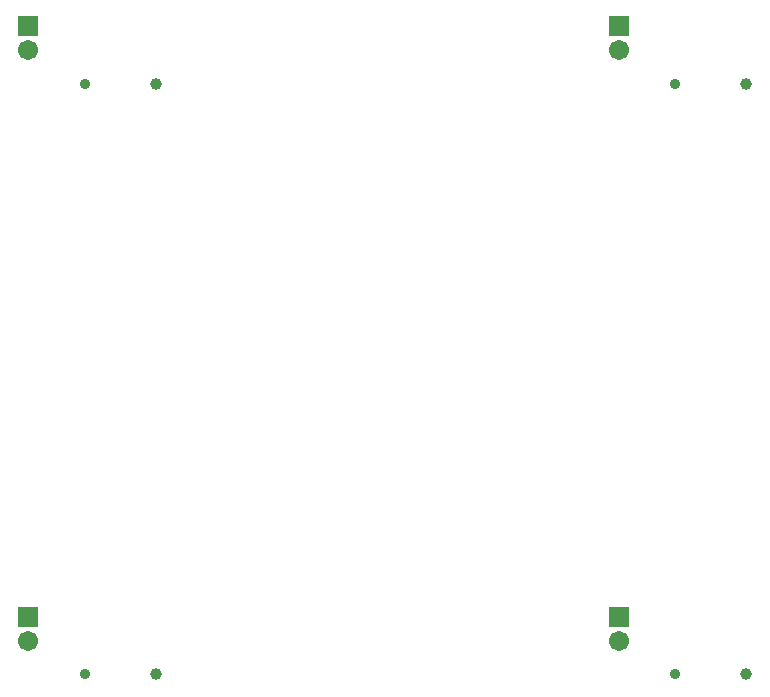
<source format=gbs>
%MOIN*%
%OFA0B0*%
%FSLAX25Y25*%
%IPPOS*%
%LPD*%
%ADD20C,0.035560000534057626*%
%ADD22R,0.067060001007140158X0.067060001007140158*%
%ADD23C,0.067060001007140158*%
%ADD24C,0.039500000593230486*%
%ADD35C,0.035560000534057626*%
%ADD36R,0.067060001007140158X0.067060001007140158*%
%ADD37C,0.067060001007140158*%
%ADD38C,0.039500000593230486*%
%ADD39C,0.035560000534057626*%
%ADD40R,0.067060001007140158X0.067060001007140158*%
%ADD41C,0.067060001007140158*%
%ADD42C,0.039500000593230486*%
%ADD43C,0.035560000534057626*%
%ADD44R,0.067060001007140158X0.067060001007140158*%
%ADD45C,0.067060001007140158*%
%ADD46C,0.039500000593230486*%
G01*
G75*
D20*
X0051181Y0156004D02*
D03*
D22*
X0032479Y0175197D02*
D03*
D23*
X0032479Y0167323D02*
D03*
D24*
X0074902Y0156004D02*
D03*
G04 next file*
G04 Layer_Color=16711935*
G04 skipping 70
G01*
G75*
D35*
X0248030Y0156004D02*
D03*
D36*
X0229330Y0175197D02*
D03*
D37*
X0229330Y0167323D02*
D03*
D38*
X0271752Y0156004D02*
D03*
G04 next file*
G04 Layer_Color=16711935*
G04 skipping 70
G01*
G75*
D39*
X0248030Y0352854D02*
D03*
D40*
X0229330Y0372047D02*
D03*
D41*
X0229330Y0364173D02*
D03*
D42*
X0271752Y0352854D02*
D03*
G04 next file*
G04 Layer_Color=16711935*
G04 skipping 70
G01*
G75*
D43*
X0051181Y0352854D02*
D03*
D44*
X0032479Y0372047D02*
D03*
D45*
X0032479Y0364173D02*
D03*
D46*
X0074902Y0352854D02*
D03*
M02*
</source>
